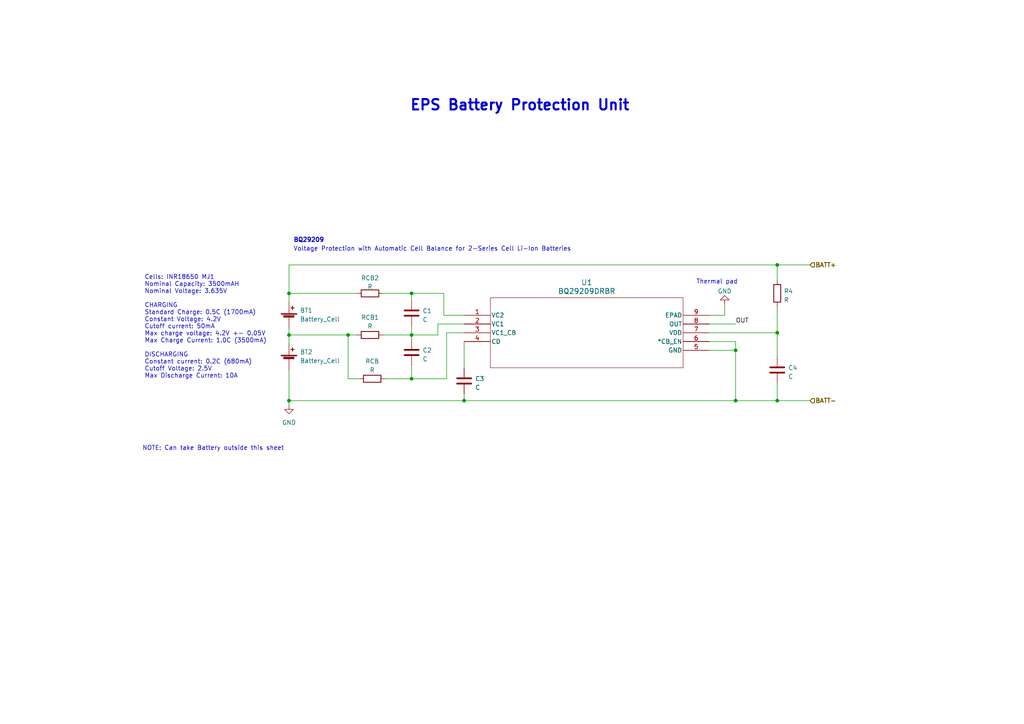
<source format=kicad_sch>
(kicad_sch (version 20250114) (generator "eeschema") (generator_version "9.0")
  (paper "A4")
  (title_block (title "Battery Protection Unit") (date "2024-07-16") (rev "v1.0") (company "IIT Bombay Student Satellite Program") (comment 1 "Author: Ameya Marakarkandy"))
  (lib_symbols
    (symbol "Batt_Unit_BQ29209:BQ29209DRBR" (pin_names (offset 0.254))
      (property "Reference" "U" (at 35.56 10.16 0))
      (property "Value" "BQ29209DRBR" (at 35.56 7.62 0))
      (symbol "BQ29209DRBR_0_1"
        (polyline (pts (xy 7.62 5.08) (xy 7.62 -15.24)) (stroke (width 0.127)))
        (polyline (pts (xy 7.62 -15.24) (xy 63.5 -15.24)) (stroke (width 0.127)))
        (polyline (pts (xy 63.5 5.08) (xy 7.62 5.08)) (stroke (width 0.127)))
        (polyline (pts (xy 63.5 -15.24) (xy 63.5 5.08)) (stroke (width 0.127)))
        (pin input line (at 0 0 0) (length 7.62) (name "VC2") (number "1"))
        (pin input line (at 0 -2.54 0) (length 7.62) (name "VC1") (number "2"))
        (pin input line (at 0 -5.08 0) (length 7.62) (name "VC1_CB") (number "3"))
        (pin unspecified line (at 0 -7.62 0) (length 7.62) (name "CD") (number "4"))
        (pin power_in line (at 71.12 0 180) (length 7.62) (name "EPAD") (number "9"))
        (pin output line (at 71.12 -2.54 180) (length 7.62) (name "OUT") (number "8"))
        (pin power_in line (at 71.12 -5.08 180) (length 7.62) (name "VDD") (number "7"))
        (pin unspecified line (at 71.12 -7.62 180) (length 7.62) (name "*CB_EN") (number "6"))
        (pin power_in line (at 71.12 -10.16 180) (length 7.62) (name "GND") (number "5"))
      )
    )
    (symbol "Device:Battery_Cell" (pin_numbers (hide yes)) (pin_names (offset 0) (hide yes))
      (property "Reference" "BT" (at 2.54 2.54 0))
      (property "Value" "Battery_Cell" (at 2.54 0 0))
      (symbol "Battery_Cell_0_1"
        (rectangle (start -2.286 1.778) (end 2.286 1.524) (fill (type outline)))
        (rectangle (start -1.5748 1.1938) (end 1.4732 0.6858) (fill (type outline)))
        (polyline (pts (xy 0 1.778) (xy 0 2.54)))
        (polyline (pts (xy 0 0.762) (xy 0 0)))
        (polyline (pts (xy 0.508 3.429) (xy 1.524 3.429)) (stroke (width 0.254)))
        (polyline (pts (xy 1.016 3.937) (xy 1.016 2.921)) (stroke (width 0.254)))
      )
      (symbol "Battery_Cell_1_1"
        (pin passive line (at 0 5.08 270) (length 2.54) (name "+") (number "1"))
        (pin passive line (at 0 -2.54 90) (length 2.54) (name "-") (number "2"))
      )
    )
    (symbol "Device:C" (pin_numbers (hide yes)) (pin_names (offset 0.254))
      (property "Reference" "C" (at 0.635 2.54 0))
      (property "Value" "C" (at 0.635 -2.54 0))
      (symbol "C_0_1"
        (polyline (pts (xy -2.032 0.762) (xy 2.032 0.762)) (stroke (width 0.508)))
        (polyline (pts (xy -2.032 -0.762) (xy 2.032 -0.762)) (stroke (width 0.508)))
      )
      (symbol "C_1_1"
        (pin passive line (at 0 3.81 270) (length 2.794) (name "~") (number "1"))
        (pin passive line (at 0 -3.81 90) (length 2.794) (name "~") (number "2"))
      )
    )
    (symbol "Device:R" (pin_numbers (hide yes)) (pin_names (offset 0))
      (property "Reference" "R" (at 2.032 0 90))
      (property "Value" "R" (at 0 0 90))
      (symbol "R_0_1"
        (rectangle (start -1.016 -2.54) (end 1.016 2.54) (stroke (width 0.254)))
      )
      (symbol "R_1_1"
        (pin passive line (at 0 3.81 270) (length 1.27) (name "~") (number "1"))
        (pin passive line (at 0 -3.81 90) (length 1.27) (name "~") (number "2"))
      )
    )
    (symbol "power:GND" (power) (pin_names (offset 0))
      (property "Value" "GND" (at 0 -3.81 0))
      (symbol "GND_0_1"
        (polyline (pts (xy 0 0) (xy 0 -1.27) (xy 1.27 -1.27) (xy 0 -2.54) (xy -1.27 -1.27) (xy 0 -1.27)))
      )
      (symbol "GND_1_1"
        (pin power_in line (at 0 0 270) (length 0) (hide yes) (name "GND") (number "1"))
      )
    )
  )
  (text "EPS Battery Protection Unit" (at 118.745 32.385 0) (effects (font (size 3 3) (thickness 0.6) (bold yes)) (justify left bottom)))
  (text "Voltage Protection with Automatic Cell Balance for 2-Series Cell Li-Ion Batteries" (at 85.09 73.025 0) (effects (font (size 1.27 1.27)) (justify left bottom)))
  (text "Cells: INR18650 MJ1\nNominal Capacity: 3500mAH\nNominal Voltage: 3.635V\n\nCHARGING\nStandard Charge: 0.5C (1700mA)\nConstant Voltage: 4.2V\nCutoff current: 50mA\nMax charge voltage: 4.2V +- 0.05V\nMax Charge Current: 1.0C (3500mA)\n\nDISCHARGING\nConstant current: 0.2C (680mA)\nCutoff Voltage: 2.5V\nMax Discharge Current: 10A" (at 41.91 109.855 0) (effects (font (size 1.27 1.27)) (justify left bottom)))
  (text "BQ29209" (at 85.09 70.485 0) (effects (font (size 1.27 1.27) (thickness 0.254) (bold yes)) (justify left bottom)))
  (text "Thermal pad" (at 201.93 82.55 0) (effects (font (size 1.27 1.27)) (justify left bottom)))
  (text "NOTE: Can take Battery outside this sheet" (at 41.275 130.81 0) (effects (font (size 1.27 1.27)) (justify left bottom)))
  (junction (at 83.82 116.205))
  (junction (at 225.425 96.52))
  (junction (at 134.62 116.205))
  (junction (at 213.36 116.205))
  (junction (at 83.82 97.155))
  (junction (at 213.36 101.6))
  (junction (at 83.82 85.09))
  (junction (at 100.965 97.155))
  (junction (at 119.38 85.09))
  (junction (at 119.38 97.155))
  (junction (at 225.425 116.205))
  (junction (at 119.38 109.855))
  (junction (at 225.425 76.835))
  (wire (pts (xy 119.38 85.09) (xy 128.7191 85.09)))
  (wire (pts (xy 100.965 97.155) (xy 100.965 109.855)))
  (wire (pts (xy 134.62 99.06) (xy 134.62 106.68)))
  (wire (pts (xy 119.38 109.855) (xy 119.38 106.045)))
  (wire (pts (xy 119.38 97.155) (xy 119.38 98.425)))
  (wire (pts (xy 225.425 96.52) (xy 225.425 103.505)))
  (wire (pts (xy 103.505 85.09) (xy 83.82 85.09)))
  (wire (pts (xy 225.425 96.52) (xy 225.425 88.9)))
  (wire (pts (xy 119.38 94.615) (xy 119.38 97.155)))
  (wire (pts (xy 111.76 109.855) (xy 119.38 109.855)))
  (wire (pts (xy 213.36 116.205) (xy 225.425 116.205)))
  (wire (pts (xy 129.54 109.855) (xy 129.54 96.52)))
  (wire (pts (xy 83.82 85.09) (xy 83.82 87.63)))
  (wire (pts (xy 205.74 96.52) (xy 225.425 96.52)))
  (wire (pts (xy 127 93.98) (xy 134.62 93.98)))
  (wire (pts (xy 213.36 116.205) (xy 213.36 101.6)))
  (wire (pts (xy 134.62 116.205) (xy 213.36 116.205)))
  (wire (pts (xy 128.7191 91.44) (xy 134.62 91.44)))
  (wire (pts (xy 83.82 85.09) (xy 83.82 76.835)))
  (wire (pts (xy 213.36 101.6) (xy 205.74 101.6)))
  (wire (pts (xy 83.82 95.25) (xy 83.82 97.155)))
  (wire (pts (xy 119.38 97.155) (xy 127 97.155)))
  (wire (pts (xy 225.425 76.835) (xy 234.95 76.835)))
  (wire (pts (xy 127 97.155) (xy 127 93.98)))
  (wire (pts (xy 100.965 97.155) (xy 103.505 97.155)))
  (wire (pts (xy 128.7191 85.09) (xy 128.7191 91.44)))
  (wire (pts (xy 225.425 116.205) (xy 234.95 116.205)))
  (wire (pts (xy 134.62 114.3) (xy 134.62 116.205)))
  (wire (pts (xy 83.82 116.205) (xy 134.62 116.205)))
  (wire (pts (xy 119.38 85.09) (xy 119.38 86.995)))
  (wire (pts (xy 225.425 76.835) (xy 225.425 81.28)))
  (wire (pts (xy 83.82 76.835) (xy 225.425 76.835)))
  (wire (pts (xy 205.74 91.44) (xy 210.185 91.44)))
  (wire (pts (xy 83.82 107.315) (xy 83.82 116.205)))
  (wire (pts (xy 213.36 99.06) (xy 213.36 101.6)))
  (wire (pts (xy 225.425 111.125) (xy 225.425 116.205)))
  (wire (pts (xy 129.54 96.52) (xy 134.62 96.52)))
  (wire (pts (xy 83.82 97.155) (xy 83.82 99.695)))
  (wire (pts (xy 111.125 97.155) (xy 119.38 97.155)))
  (wire (pts (xy 210.185 88.265) (xy 210.185 91.44)))
  (wire (pts (xy 119.38 109.855) (xy 129.54 109.855)))
  (wire (pts (xy 83.82 116.205) (xy 83.82 117.475)))
  (wire (pts (xy 111.125 85.09) (xy 119.38 85.09)))
  (wire (pts (xy 205.74 99.06) (xy 213.36 99.06)))
  (wire (pts (xy 100.965 109.855) (xy 104.14 109.855)))
  (wire (pts (xy 83.82 97.155) (xy 100.965 97.155)))
  (wire (pts (xy 205.74 93.98) (xy 213.36 93.98)))
  (label "OUT" (at 213.36 93.98 0))
  (hierarchical_label "BATT+" (shape input) (at 234.95 76.835 0) (effects (font (bold yes))))
  (hierarchical_label "BATT-" (shape input) (at 234.95 116.205 0) (effects (font (bold yes))))
  (symbol (lib_id "Device:C") (at 134.62 110.49 0) (unit 1)
    (property "Reference" "C3" (at 137.795 109.855 0) (effects (justify left)))
    (property "Value" "C" (at 137.795 112.395 0) (effects (justify left)))
  )
  (symbol (lib_id "power:GND") (at 83.82 117.475 0) (unit 1)
    (property "Reference" "#PWR01" (effects (hide yes)))
    (property "Value" "GND" (at 83.82 122.555 0))
  )
  (symbol (lib_id "Device:C") (at 119.38 90.805 0) (unit 1)
    (property "Reference" "C1" (at 122.555 90.17 0) (effects (justify left)))
    (property "Value" "C" (at 122.555 92.71 0) (effects (justify left)))
  )
  (symbol (lib_id "Device:C") (at 225.425 107.315 0) (unit 1)
    (property "Reference" "C4" (at 228.6 106.68 0) (effects (justify left)))
    (property "Value" "C" (at 228.6 109.22 0) (effects (justify left)))
  )
  (symbol (lib_id "Device:Battery_Cell") (at 83.82 104.775 0) (unit 1)
    (property "Reference" "BT2" (at 86.995 102.108 0) (effects (justify left)))
    (property "Value" "Battery_Cell" (at 86.995 104.648 0) (effects (justify left)))
  )
  (symbol (lib_id "power:GND") (at 210.185 88.265 180) (unit 1)
    (property "Reference" "#PWR02" (effects (hide yes)))
    (property "Value" "GND" (at 210.185 84.455 0))
  )
  (symbol (lib_id "Device:R") (at 107.95 109.855 90) (unit 1)
    (property "Reference" "RCB3" (at 107.95 104.775 90))
    (property "Value" "R" (at 107.95 107.315 90))
    (instances (project "IITBSSP_EPS" (path "" (reference "RCB") (unit 1))) (project "BatteryUnit" (path "" (reference "RCB3") (unit 1))))
  )
  (symbol (lib_id "Device:C") (at 119.38 102.235 0) (unit 1)
    (property "Reference" "C2" (at 122.555 101.6 0) (effects (justify left)))
    (property "Value" "C" (at 122.555 104.14 0) (effects (justify left)))
  )
  (symbol (lib_id "Device:R") (at 107.315 97.155 90) (unit 1)
    (property "Reference" "RCB2" (at 107.315 92.075 90))
    (property "Value" "R" (at 107.315 94.615 90))
    (instances (project "IITBSSP_EPS" (path "" (reference "RCB1") (unit 1))) (project "BatteryUnit" (path "" (reference "RCB2") (unit 1))))
  )
  (symbol (lib_id "Device:R") (at 107.315 85.09 90) (unit 1)
    (property "Reference" "RCB1" (at 107.315 80.645 90))
    (property "Value" "R" (at 107.315 83.185 90))
    (instances (project "IITBSSP_EPS" (path "" (reference "RCB2") (unit 1))) (project "BatteryUnit" (path "" (reference "RCB1") (unit 1))))
  )
  (symbol (lib_id "Device:Battery_Cell") (at 83.82 92.71 0) (unit 1)
    (property "Reference" "BT1" (at 86.995 90.043 0) (effects (justify left)))
    (property "Value" "Battery_Cell" (at 86.995 92.583 0) (effects (justify left)))
  )
  (symbol (lib_id "Batt_Unit_BQ29209:BQ29209DRBR") (at 134.62 91.44 0) (unit 1)
    (property "Reference" "U1" (at 170.18 81.915 0) (effects (font (size 1.524 1.524))))
    (property "Value" "BQ29209DRBR" (at 170.18 84.455 0) (effects (font (size 1.524 1.524))))
    (property "Footprint" "DRB8_1P6X2P4" (effects (hide yes)))
    (property "Datasheet" "BQ29209DRBR" (effects (hide yes)))
  )
  (symbol (lib_id "Device:R") (at 225.425 85.09 180) (unit 1)
    (property "Reference" "R1" (at 227.33 84.455 0) (effects (justify right)))
    (property "Value" "R" (at 227.33 86.995 0) (effects (justify right)))
    (instances (project "IITBSSP_EPS" (path "" (reference "R4") (unit 1))) (project "BatteryUnit" (path "" (reference "R1") (unit 1))))
  )
)
</source>
